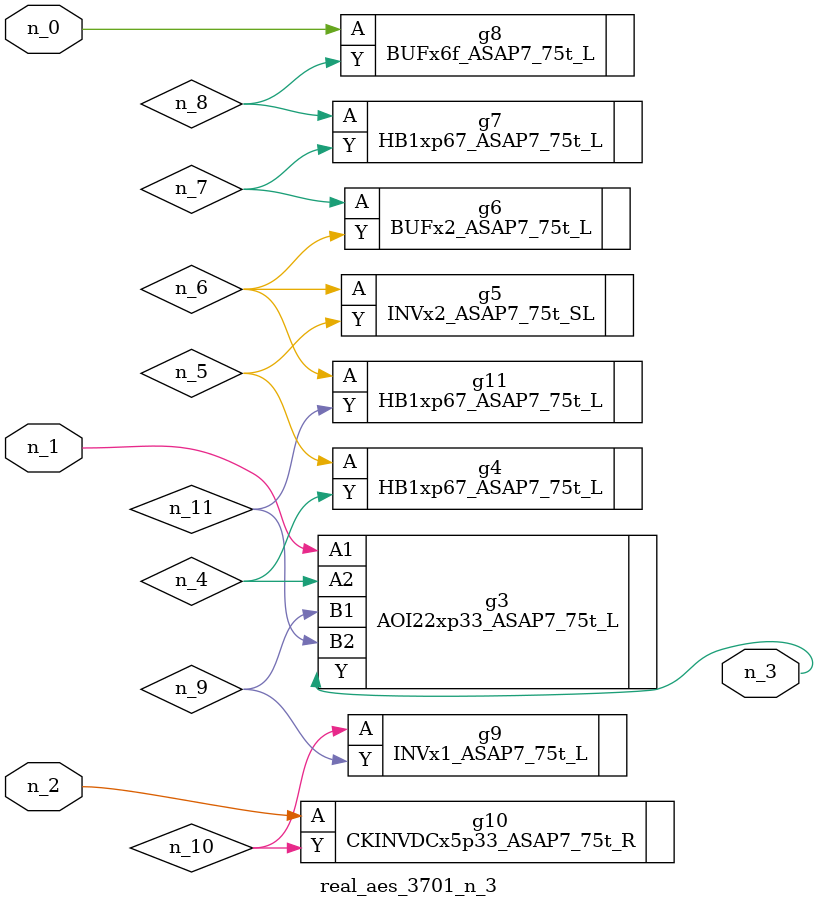
<source format=v>
module real_aes_3701_n_3 (n_0, n_2, n_1, n_3);
input n_0;
input n_2;
input n_1;
output n_3;
wire n_4;
wire n_5;
wire n_7;
wire n_9;
wire n_6;
wire n_8;
wire n_10;
wire n_11;
BUFx6f_ASAP7_75t_L g8 ( .A(n_0), .Y(n_8) );
AOI22xp33_ASAP7_75t_L g3 ( .A1(n_1), .A2(n_4), .B1(n_9), .B2(n_11), .Y(n_3) );
CKINVDCx5p33_ASAP7_75t_R g10 ( .A(n_2), .Y(n_10) );
HB1xp67_ASAP7_75t_L g4 ( .A(n_5), .Y(n_4) );
INVx2_ASAP7_75t_SL g5 ( .A(n_6), .Y(n_5) );
HB1xp67_ASAP7_75t_L g11 ( .A(n_6), .Y(n_11) );
BUFx2_ASAP7_75t_L g6 ( .A(n_7), .Y(n_6) );
HB1xp67_ASAP7_75t_L g7 ( .A(n_8), .Y(n_7) );
INVx1_ASAP7_75t_L g9 ( .A(n_10), .Y(n_9) );
endmodule
</source>
